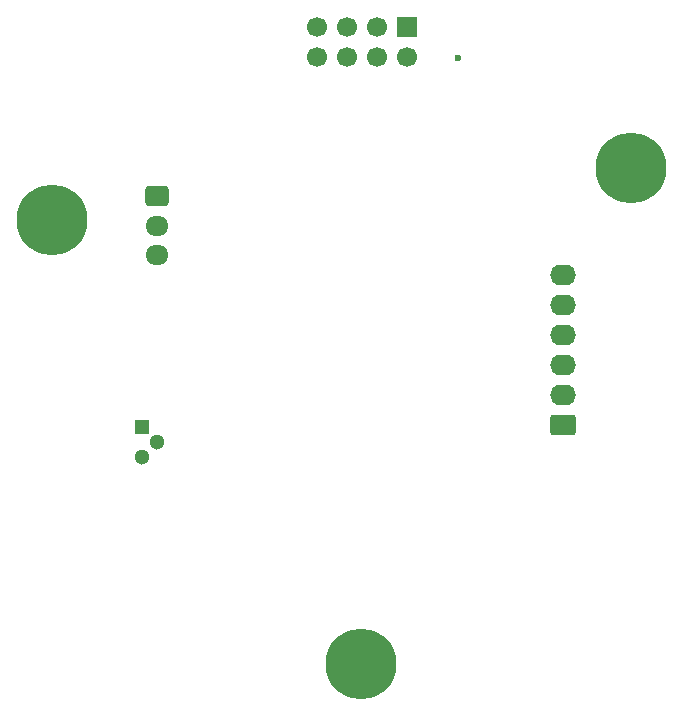
<source format=gbr>
%TF.GenerationSoftware,KiCad,Pcbnew,8.0.4*%
%TF.CreationDate,2024-08-09T17:27:33-06:00*%
%TF.ProjectId,radio,72616469-6f2e-46b6-9963-61645f706362,rev?*%
%TF.SameCoordinates,Original*%
%TF.FileFunction,Copper,L1,Top*%
%TF.FilePolarity,Positive*%
%FSLAX46Y46*%
G04 Gerber Fmt 4.6, Leading zero omitted, Abs format (unit mm)*
G04 Created by KiCad (PCBNEW 8.0.4) date 2024-08-09 17:27:33*
%MOMM*%
%LPD*%
G01*
G04 APERTURE LIST*
G04 Aperture macros list*
%AMRoundRect*
0 Rectangle with rounded corners*
0 $1 Rounding radius*
0 $2 $3 $4 $5 $6 $7 $8 $9 X,Y pos of 4 corners*
0 Add a 4 corners polygon primitive as box body*
4,1,4,$2,$3,$4,$5,$6,$7,$8,$9,$2,$3,0*
0 Add four circle primitives for the rounded corners*
1,1,$1+$1,$2,$3*
1,1,$1+$1,$4,$5*
1,1,$1+$1,$6,$7*
1,1,$1+$1,$8,$9*
0 Add four rect primitives between the rounded corners*
20,1,$1+$1,$2,$3,$4,$5,0*
20,1,$1+$1,$4,$5,$6,$7,0*
20,1,$1+$1,$6,$7,$8,$9,0*
20,1,$1+$1,$8,$9,$2,$3,0*%
G04 Aperture macros list end*
%TA.AperFunction,ComponentPad*%
%ADD10C,6.000000*%
%TD*%
%TA.AperFunction,ComponentPad*%
%ADD11C,1.700000*%
%TD*%
%TA.AperFunction,ComponentPad*%
%ADD12R,1.700000X1.700000*%
%TD*%
%TA.AperFunction,ComponentPad*%
%ADD13RoundRect,0.250000X0.845000X-0.620000X0.845000X0.620000X-0.845000X0.620000X-0.845000X-0.620000X0*%
%TD*%
%TA.AperFunction,ComponentPad*%
%ADD14O,2.190000X1.740000*%
%TD*%
%TA.AperFunction,ComponentPad*%
%ADD15R,1.300000X1.300000*%
%TD*%
%TA.AperFunction,ComponentPad*%
%ADD16C,1.300000*%
%TD*%
%TA.AperFunction,ComponentPad*%
%ADD17RoundRect,0.250000X-0.725000X0.600000X-0.725000X-0.600000X0.725000X-0.600000X0.725000X0.600000X0*%
%TD*%
%TA.AperFunction,ComponentPad*%
%ADD18O,1.950000X1.700000*%
%TD*%
%TA.AperFunction,ViaPad*%
%ADD19C,0.600000*%
%TD*%
G04 APERTURE END LIST*
D10*
%TO.P,tornillo1,1*%
%TO.N,N/C*%
X114026977Y-96610655D03*
%TD*%
%TO.P,tornillo2,2*%
%TO.N,N/C*%
X163051977Y-92160655D03*
%TD*%
%TO.P,tornillo3,3*%
%TO.N,N/C*%
X140176977Y-134135655D03*
%TD*%
D11*
%TO.P,Radio1,8,IRQ*%
%TO.N,unconnected-(Radio1-IRQ-Pad8)*%
X136456977Y-82786155D03*
%TO.P,Radio1,7,MISO*%
%TO.N,misoRadio*%
X136456977Y-80246155D03*
%TO.P,Radio1,6,MOSI*%
%TO.N,mosiRadio*%
X138996977Y-82786155D03*
%TO.P,Radio1,5,SCK*%
%TO.N,sckRadio*%
X138996977Y-80246155D03*
%TO.P,Radio1,4,~{CSN}*%
%TO.N,csnRadio*%
X141536977Y-82786155D03*
%TO.P,Radio1,3,CE*%
%TO.N,ceRadio*%
X141536977Y-80246155D03*
%TO.P,Radio1,2,VCC*%
%TO.N,+3.3V*%
X144076977Y-82786155D03*
D12*
%TO.P,Radio1,1,GND*%
%TO.N,GND*%
X144076977Y-80246155D03*
%TD*%
D13*
%TO.P,conectoresOut1,1,Pin_1*%
%TO.N,misoRadio*%
X157326977Y-113960655D03*
D14*
%TO.P,conectoresOut1,2,Pin_2*%
%TO.N,mosiRadio*%
X157326977Y-111420655D03*
%TO.P,conectoresOut1,3,Pin_3*%
%TO.N,sckRadio*%
X157326977Y-108880655D03*
%TO.P,conectoresOut1,4,Pin_4*%
%TO.N,csnRadio*%
X157326977Y-106340655D03*
%TO.P,conectoresOut1,5,Pin_5*%
%TO.N,ceRadio*%
X157326977Y-103800655D03*
%TO.P,conectoresOut1,6,Pin_6*%
%TO.N,pata2tmp36gz*%
X157326977Y-101260655D03*
%TD*%
D15*
%TO.P,SensorTemperatura1,1,+VS*%
%TO.N,+3.3V*%
X121651977Y-114135655D03*
D16*
%TO.P,SensorTemperatura1,2,VOUT*%
%TO.N,pata2tmp36gz*%
X122921977Y-115405655D03*
%TO.P,SensorTemperatura1,3,GND*%
%TO.N,GND*%
X121651977Y-116675655D03*
%TD*%
D17*
%TO.P,EntradaVoltaje1,1,Pin_1*%
%TO.N,+3.3V*%
X122901977Y-94560655D03*
D18*
%TO.P,EntradaVoltaje1,2,Pin_2*%
%TO.N,GND*%
X122901977Y-97060655D03*
%TO.P,EntradaVoltaje1,3,Pin_3*%
%TO.N,+3.3V*%
X122901977Y-99560655D03*
%TD*%
D19*
%TO.N,+3.3V*%
X148401977Y-82885655D03*
%TD*%
M02*

</source>
